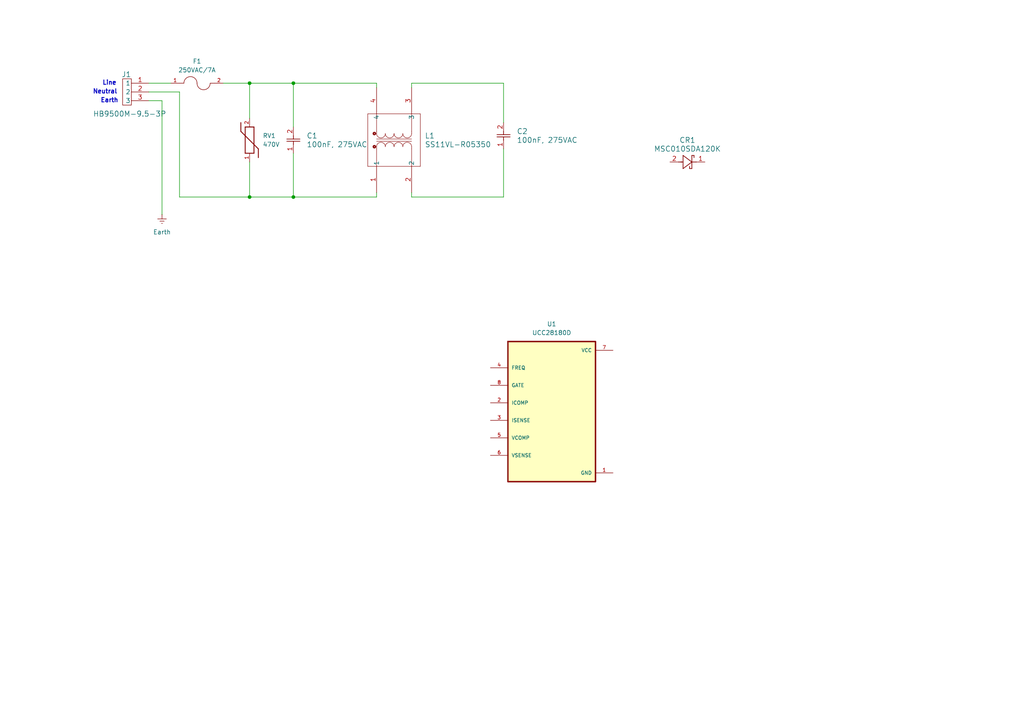
<source format=kicad_sch>
(kicad_sch (version 20231120) (generator "eeschema") (generator_version "8.0")
  (paper "A4")
  (lib_symbols
    (symbol "charge_battery_sym_lib:FUSE_250VAC_7A" (pin_names (offset 1.016))
      (property "Reference" "F" (at -5.08 2.54 0))
      (property "Value" "250VAC/7A" (at -5.08 -3.81 0))
      (symbol "FUSE_250VAC_7A_0_0"
        (arc (start 0 0) (mid -1.905 1.8967) (end -3.81 0) (stroke (width 0.1524)))
        (polyline (pts (xy -5.08 0) (xy -3.81 0)) (stroke (width 0.1524)))
        (polyline (pts (xy 5.08 0) (xy 3.81 0)) (stroke (width 0.1524)))
        (arc (start 0 0) (mid 1.905 -1.8967) (end 3.81 0) (stroke (width 0.1524)))
        (pin passive line (at -7.62 0 0) (length 2.54) (name "~") (number "1"))
        (pin passive line (at 7.62 0 180) (length 2.54) (name "~") (number "2"))
      )
    )
    (symbol "charge_battery_sym_lib:Film Cap" (pin_names (offset 0.254))
      (property "Reference" "C" (at 3.81 3.81 0))
      (property "Value" "100nF, 275VAC" (at 3.81 -3.81 0))
      (symbol "Film Cap_1_1"
        (polyline (pts (xy 2.54 0) (xy 3.4798 0)) (stroke (width 0.2032)))
        (polyline (pts (xy 3.4798 -1.905) (xy 3.4798 1.905)) (stroke (width 0.2032)))
        (polyline (pts (xy 4.1148 -1.905) (xy 4.1148 1.905)) (stroke (width 0.2032)))
        (polyline (pts (xy 4.1148 0) (xy 5.08 0)) (stroke (width 0.2032)))
        (pin unspecified line (at 0 0 0) (length 2.54) (name "") (number "1"))
        (pin unspecified line (at 7.62 0 180) (length 2.54) (name "") (number "2"))
      )
      (symbol "Film Cap_1_2"
        (polyline (pts (xy -1.905 -4.1148) (xy 1.905 -4.1148)) (stroke (width 0.2032)))
        (polyline (pts (xy -1.905 -3.4798) (xy 1.905 -3.4798)) (stroke (width 0.2032)))
        (polyline (pts (xy 0 -4.1148) (xy 0 -5.08)) (stroke (width 0.2032)))
        (polyline (pts (xy 0 -2.54) (xy 0 -3.4798)) (stroke (width 0.2032)))
        (pin unspecified line (at 0 0 270) (length 2.54) (name "") (number "1"))
        (pin unspecified line (at 0 -7.62 90) (length 2.54) (name "") (number "2"))
      )
    )
    (symbol "charge_battery_sym_lib:HB9500M-9.5-3P" (pin_names (offset 0.254))
      (property "Reference" "J" (at 1.27 8.89 0))
      (property "Value" "HB9500M-9.5-3P" (at 2.54 -2.032 0))
      (symbol "HB9500M-9.5-3P_1_1"
        (polyline (pts (xy 0 7.62) (xy 0 0) (xy 2.54 0) (xy 2.54 7.62) (xy 0 7.62)))
        (pin unspecified line (at -5.08 6.35 0) (length 5.08) (name "1") (number "1"))
        (pin unspecified line (at -5.08 3.81 0) (length 5.08) (name "2") (number "2"))
        (pin unspecified line (at -5.08 1.27 0) (length 5.08) (name "3") (number "3"))
      )
      (symbol "HB9500M-9.5-3P_1_2"
        (polyline (pts (xy 5.08 -7.62) (xy 12.7 -7.62)) (stroke (width 0.127)))
        (polyline (pts (xy 5.08 2.54) (xy 5.08 -7.62)) (stroke (width 0.127)))
        (polyline (pts (xy 7.62 -5.08) (xy 5.08 -5.08)) (stroke (width 0.127)))
        (polyline (pts (xy 7.62 -5.08) (xy 8.89 -5.9267)) (stroke (width 0.127)))
        (polyline (pts (xy 7.62 -5.08) (xy 8.89 -4.2333)) (stroke (width 0.127)))
        (polyline (pts (xy 7.62 -2.54) (xy 5.08 -2.54)) (stroke (width 0.127)))
        (polyline (pts (xy 7.62 -2.54) (xy 8.89 -3.3867)) (stroke (width 0.127)))
        (polyline (pts (xy 7.62 -2.54) (xy 8.89 -1.6933)) (stroke (width 0.127)))
        (polyline (pts (xy 7.62 0) (xy 5.08 0)) (stroke (width 0.127)))
        (polyline (pts (xy 7.62 0) (xy 8.89 -0.8467)) (stroke (width 0.127)))
        (polyline (pts (xy 7.62 0) (xy 8.89 0.8467)) (stroke (width 0.127)))
        (polyline (pts (xy 12.7 -7.62) (xy 12.7 2.54)) (stroke (width 0.127)))
        (polyline (pts (xy 12.7 2.54) (xy 5.08 2.54)) (stroke (width 0.127)))
        (pin unspecified line (at 0 0 0) (length 5.08) (name "1") (number "1"))
        (pin unspecified line (at 0 -2.54 0) (length 5.08) (name "2") (number "2"))
        (pin unspecified line (at 0 -5.08 0) (length 5.08) (name "3") (number "3"))
      )
    )
    (symbol "charge_battery_sym_lib:MOV-07D471K"
      (property "Reference" "RV" (at 0 0 0))
      (property "Value" "470V" (at 6.096 -6.858 0))
      (symbol "MOV-07D471K_0_0"
        (polyline (pts (xy -1.27 -6.35) (xy 1.27 -6.35)) (stroke (width 0.254)))
        (polyline (pts (xy 0 -2.54) (xy 0 -5.08)) (stroke (width 0.254)))
        (polyline (pts (xy 0 -2.54) (xy 7.62 -2.54)) (stroke (width 0.254)))
        (polyline (pts (xy 6.35 -1.27) (xy 1.27 -6.35)) (stroke (width 0.254)))
        (polyline (pts (xy 6.35 -1.27) (xy 8.89 -1.27)) (stroke (width 0.254)))
        (polyline (pts (xy 7.62 -5.08) (xy 0 -5.08)) (stroke (width 0.254)))
        (polyline (pts (xy 7.62 -5.08) (xy 7.62 -2.54)) (stroke (width 0.254)))
        (pin bidirectional line (at -2.54 -3.81 0) (length 2.54) (name "~") (number "1"))
        (pin bidirectional line (at 10.16 -3.81 180) (length 2.54) (name "~") (number "2"))
      )
    )
    (symbol "charge_battery_sym_lib:MSC010SDA120K" (pin_names (offset 0.254))
      (property "Reference" "CR" (at 5.08 4.445 0))
      (property "Value" "MSC010SDA120K" (at 5.08 -3.81 0))
      (symbol "MSC010SDA120K_0_1"
        (polyline (pts (xy 2.54 0) (xy 3.4798 0)) (stroke (width 0.2032)))
        (polyline (pts (xy 3.175 0) (xy 3.81 0)) (stroke (width 0.2032)))
        (polyline (pts (xy 3.81 -1.905) (xy 6.35 0)) (stroke (width 0.2032)))
        (polyline (pts (xy 3.81 1.905) (xy 3.81 -1.905)) (stroke (width 0.2032)))
        (polyline (pts (xy 5.715 -1.905) (xy 5.715 -1.27)) (stroke (width 0.2032)))
        (polyline (pts (xy 6.35 -1.905) (xy 5.715 -1.905)) (stroke (width 0.2032)))
        (polyline (pts (xy 6.35 -1.905) (xy 6.35 1.905)) (stroke (width 0.2032)))
        (polyline (pts (xy 6.35 0) (xy 3.81 1.905)) (stroke (width 0.2032)))
        (polyline (pts (xy 6.35 0) (xy 7.62 0)) (stroke (width 0.2032)))
        (polyline (pts (xy 6.35 1.905) (xy 6.985 1.905)) (stroke (width 0.2032)))
        (polyline (pts (xy 6.985 1.905) (xy 6.985 1.27)) (stroke (width 0.2032)))
        (pin unspecified line (at 10.16 0 180) (length 2.54) (name "") (number "1"))
        (pin unspecified line (at 0 0 0) (length 2.54) (name "") (number "2"))
      )
    )
    (symbol "charge_battery_sym_lib:SS11VL-R05350" (pin_names (offset 0.254))
      (property "Reference" "L" (at 15.24 7.62 0))
      (property "Value" "SS11VL-R05350" (at 15.494 -14.224 0))
      (symbol "SS11VL-R05350_0_1"
        (polyline (pts (xy 7.62 -12.7) (xy 22.86 -12.7)) (stroke (width 0.127)))
        (polyline (pts (xy 7.62 -10.16) (xy 12.7 -10.16)) (stroke (width 0.127)))
        (polyline (pts (xy 7.62 0) (xy 12.7 0)) (stroke (width 0.127)))
        (polyline (pts (xy 7.62 2.54) (xy 7.62 -12.7)) (stroke (width 0.127)))
        (polyline (pts (xy 12.7 0) (xy 13.335 0)) (stroke (width 0.127)))
        (polyline (pts (xy 13.335 -10.16) (xy 12.7 -10.16)) (stroke (width 0.127)))
        (polyline (pts (xy 14.9225 0) (xy 14.9225 -10.16)) (stroke (width 0.127)))
        (polyline (pts (xy 15.5575 0) (xy 15.5575 -10.16)) (stroke (width 0.127)))
        (polyline (pts (xy 17.145 -10.16) (xy 17.78 -10.16)) (stroke (width 0.127)))
        (polyline (pts (xy 17.78 0) (xy 17.145 0)) (stroke (width 0.127)))
        (polyline (pts (xy 22.86 -12.7) (xy 22.86 2.54)) (stroke (width 0.127)))
        (polyline (pts (xy 22.86 -10.16) (xy 17.78 -10.16)) (stroke (width 0.127)))
        (polyline (pts (xy 22.86 0) (xy 17.78 0)) (stroke (width 0.127)))
        (polyline (pts (xy 22.86 2.54) (xy 7.62 2.54)) (stroke (width 0.127)))
        (arc (start 13.335 -10.16) (mid 14.5994 -8.89) (end 13.335 -7.62) (stroke (width 0.127)))
        (arc (start 13.335 -7.62) (mid 14.5994 -6.35) (end 13.335 -5.08) (stroke (width 0.127)))
        (arc (start 13.335 -5.08) (mid 14.5994 -3.81) (end 13.335 -2.54) (stroke (width 0.127)))
        (arc (start 13.335 -2.54) (mid 14.5994 -1.27) (end 13.335 0) (stroke (width 0.127)))
        (circle (center 13.335 0.635) (radius 0.127) (stroke (width 0.381)))
        (arc (start 17.145 -7.62) (mid 15.8805 -8.89) (end 17.145 -10.16) (stroke (width 0.127)))
        (arc (start 17.145 -5.08) (mid 15.8805 -6.35) (end 17.145 -7.62) (stroke (width 0.127)))
        (arc (start 17.145 -2.54) (mid 15.8805 -3.81) (end 17.145 -5.08) (stroke (width 0.127)))
        (arc (start 17.145 0) (mid 15.8805 -1.27) (end 17.145 -2.54) (stroke (width 0.127)))
        (circle (center 17.145 0.635) (radius 0.127) (stroke (width 0.381)))
        (pin unspecified line (at 0 0 0) (length 7.62) (name "1") (number "1"))
        (pin unspecified line (at 0 -10.16 0) (length 7.62) (name "2") (number "2"))
        (pin unspecified line (at 30.48 -10.16 180) (length 7.62) (name "3") (number "3"))
        (pin unspecified line (at 30.48 0 180) (length 7.62) (name "4") (number "4"))
      )
    )
    (symbol "charge_battery_sym_lib:UCC28180D" (pin_names (offset 1.016))
      (property "Reference" "U" (at -12.7 21.32 0))
      (property "Value" "UCC28180D" (at -12.7 -24.32 0))
      (symbol "UCC28180D_0_0"
        (rectangle (start -12.7 -20.32) (end 12.7 20.32) (stroke (width 0.41)) (fill (type background)))
        (pin power_in line (at 17.78 -17.78 180) (length 5.08) (name "GND") (number "1"))
        (pin bidirectional line (at -17.78 2.54 0) (length 5.08) (name "ICOMP") (number "2"))
        (pin bidirectional line (at -17.78 -2.54 0) (length 5.08) (name "ISENSE") (number "3"))
        (pin bidirectional line (at -17.78 12.7 0) (length 5.08) (name "FREQ") (number "4"))
        (pin bidirectional line (at -17.78 -7.62 0) (length 5.08) (name "VCOMP") (number "5"))
        (pin bidirectional line (at -17.78 -12.7 0) (length 5.08) (name "VSENSE") (number "6"))
        (pin power_in line (at 17.78 17.78 180) (length 5.08) (name "VCC") (number "7"))
        (pin bidirectional line (at -17.78 7.62 0) (length 5.08) (name "GATE") (number "8"))
      )
    )
    (symbol "power:Earth" (power) (pin_numbers hide) (pin_names (offset 0) hide)
      (property "Value" "Earth" (at 0 -3.81 0))
      (symbol "Earth_0_1"
        (polyline (pts (xy -0.635 -1.905) (xy 0.635 -1.905)))
        (polyline (pts (xy -0.127 -2.54) (xy 0.127 -2.54)))
        (polyline (pts (xy 0 -1.27) (xy 0 0)))
        (polyline (pts (xy 1.27 -1.27) (xy -1.27 -1.27)))
      )
      (symbol "Earth_1_1"
        (pin power_in line (at 0 0 270) (length 0) (name "~") (number "1"))
      )
    )
  )
  (junction (at 72.39 57.15))
  (junction (at 85.09 57.15))
  (junction (at 72.39 24.13))
  (junction (at 85.09 24.13))
  (wire (pts (xy 52.07 26.67) (xy 52.07 57.15)))
  (wire (pts (xy 52.07 57.15) (xy 72.39 57.15)))
  (wire (pts (xy 109.22 55.88) (xy 109.22 57.15)))
  (wire (pts (xy 146.05 57.15) (xy 119.38 57.15)))
  (wire (pts (xy 43.18 29.21) (xy 46.99 29.21)))
  (wire (pts (xy 85.09 57.15) (xy 72.39 57.15)))
  (wire (pts (xy 64.77 24.13) (xy 72.39 24.13)))
  (wire (pts (xy 43.18 26.67) (xy 52.07 26.67)))
  (wire (pts (xy 85.09 57.15) (xy 109.22 57.15)))
  (wire (pts (xy 146.05 24.13) (xy 146.05 35.56)))
  (wire (pts (xy 119.38 57.15) (xy 119.38 55.88)))
  (wire (pts (xy 85.09 24.13) (xy 109.22 24.13)))
  (wire (pts (xy 85.09 36.83) (xy 85.09 24.13)))
  (wire (pts (xy 85.09 44.45) (xy 85.09 57.15)))
  (wire (pts (xy 46.99 29.21) (xy 46.99 62.23)))
  (wire (pts (xy 43.18 24.13) (xy 49.53 24.13)))
  (wire (pts (xy 72.39 24.13) (xy 85.09 24.13)))
  (wire (pts (xy 119.38 24.13) (xy 146.05 24.13)))
  (wire (pts (xy 109.22 24.13) (xy 109.22 25.4)))
  (wire (pts (xy 119.38 25.4) (xy 119.38 24.13)))
  (wire (pts (xy 146.05 43.18) (xy 146.05 57.15)))
  (wire (pts (xy 72.39 24.13) (xy 72.39 34.29)))
  (wire (pts (xy 72.39 46.99) (xy 72.39 57.15)))
  (text "Neutral" (at 30.48 26.67 0) (effects (font (size 1.27 1.27) (thickness 0.254) (bold yes))))
  (text "Earth" (at 31.75 29.21 0) (effects (font (size 1.27 1.27) (bold yes))))
  (text "Line" (at 31.75 24.13 0) (effects (font (size 1.27 1.27) (thickness 0.254) (bold yes))))
  (symbol (lib_id "charge_battery_sym_lib:Film Cap") (at 85.09 44.45 90) (unit 1)
    (property "Reference" "C1" (at 88.9 39.3699 90) (effects (font (size 1.524 1.524)) (justify right)))
    (property "Value" "100nF, 275VAC" (at 88.9 41.9099 90) (effects (font (size 1.524 1.524)) (justify right)))
    (property "Footprint" "charge_battery_footprint_lib:CAP_B32671P-10--5x11x13_TDK" (effects (hide yes)))
    (property "Description" "100nF, 275VAC, 15%" (effects (hide yes)))
    (property "Supply name" "Thegioiic" (effects (hide yes)))
    (property "Supply part number" "Tụ Kẹo Vàng X2 100nF (0.1uF) 104K 275VAC" (effects (hide yes)))
    (property "Supply URL" "https://www.thegioiic.com/tu-keo-vang-x2-100nf-0-1uf-104k-275vac" (effects (hide yes)))
  )
  (symbol (lib_id "charge_battery_sym_lib:Film Cap") (at 146.05 43.18 90) (unit 1)
    (property "Reference" "C2" (at 149.86 38.0999 90) (effects (font (size 1.524 1.524)) (justify right)))
    (property "Value" "100nF, 275VAC" (at 149.86 40.6399 90) (effects (font (size 1.524 1.524)) (justify right)))
    (property "Footprint" "charge_battery_footprint_lib:CAP_B32671P-10--5x11x13_TDK" (effects (hide yes)))
    (property "Description" "100nF, 275VAC, 15%" (effects (hide yes)))
    (property "Supply name" "Thegioiic" (effects (hide yes)))
    (property "Supply part number" "Tụ Kẹo Vàng X2 100nF (0.1uF) 104K 275VAC" (effects (hide yes)))
    (property "Supply URL" "https://www.thegioiic.com/tu-keo-vang-x2-100nf-0-1uf-104k-275vac" (effects (hide yes)))
  )
  (symbol (lib_id "charge_battery_sym_lib:FUSE_250VAC_7A") (at 57.15 24.13 0) (unit 1)
    (property "Reference" "F1" (at 57.15 17.78 0))
    (property "Value" "250VAC/7A" (at 57.15 20.32 0))
    (property "Footprint" "charge_battery_footprint_lib:FUSAD2722W65L2250D600" (effects (hide yes)))
    (property "Description" "250 VAC, 7A" (effects (hide yes)))
    (property "Supply name" "Thegioiic" (effects (hide yes)))
    (property "Supply part number" "Cầu Chì Ống Thủy Tinh 7A 5x20mm" (effects (hide yes)))
    (property "Supply URL" "https://www.thegioiic.com/cau-chi-ong-thuy-tinh-7a-5x20mm-toc-do-f" (effects (hide yes)))
  )
  (symbol (lib_id "charge_battery_sym_lib:SS11VL-R05350") (at 109.22 55.88 90) (unit 1)
    (property "Reference" "L1" (at 123.19 39.3699 90) (effects (font (size 1.524 1.524)) (justify right)))
    (property "Value" "SS11VL-R05350" (at 123.19 41.9099 90) (effects (font (size 1.524 1.524)) (justify right)))
    (property "Footprint" "charge_battery_footprint_lib:IND_SS11VL-R05350_KEM" (effects (hide yes)))
    (property "Datasheet" "https://www.mouser.vn/datasheet/2/447/KEM_LF0022_SS11VL-3316893.pdf" (effects (hide yes)))
    (property "Description" "Common Mode Chokes / Filters 250VAC 1.1A 5mH DCR=400mOhms" (effects (hide yes)))
    (property "Supply name" "Mouser" (effects (hide yes)))
    (property "Supply part number" "80-SS11VL-11050" (effects (hide yes)))
    (property "Supply URL" "https://www.mouser.vn/ProductDetail/KEMET/SS11VL-11050?qs=EU6FO9ffTwcryP%252B%2F%252BYgxUg%3D%3D" (effects (hide yes)))
  )
  (symbol (lib_id "charge_battery_sym_lib:UCC28180D") (at 160.02 119.38 0) (unit 1)
    (property "Reference" "U1" (at 160.02 93.98 0))
    (property "Value" "UCC28180D" (at 160.02 96.52 0))
    (property "Footprint" "charge_battery_footprint_lib:SOIC127P599X175-8N" (effects (hide yes)))
    (property "Description" "Power Factor Correction - PFC 8-PIN CCM PFC CONTROLLER" (effects (hide yes)))
    (property "Supply Name" "Mouser" (effects (hide yes)))
    (property "Supply Part Number" "595-UCC28180D" (effects (hide yes)))
    (property "Supply URL" "https://www.mouser.vn/ProductDetail/Texas-Instruments/UCC28180D?qs=mip%2Fk2qjOHrNzfWas1dt1A%3D%3D" (effects (hide yes)))
  )
  (symbol (lib_id "power:Earth") (at 46.99 62.23 0) (unit 1)
    (property "Reference" "#PWR01" (effects (hide yes)))
    (property "Value" "Earth" (at 46.99 67.31 0))
    (property "Description" "Power symbol creates a global label with name \"Earth\"" (effects (hide yes)))
  )
  (symbol (lib_id "charge_battery_sym_lib:MSC010SDA120K") (at 194.31 46.99 0) (unit 1)
    (property "Reference" "CR1" (at 199.39 40.64 0) (effects (font (size 1.524 1.524))))
    (property "Value" "MSC010SDA120K" (at 199.39 43.18 0) (effects (font (size 1.524 1.524))))
    (property "Footprint" "charge_battery_footprint_lib:TO-220-2_MCH" (effects (hide yes)))
    (property "Datasheet" "MSC010SDA120K" (effects (hide yes)))
    (property "Description" "Schottky Diodes & Rectifiers 700 V, 10 A SiC SBD" (effects (hide yes)))
    (property "Supply name" "Mouser" (effects (hide yes)))
    (property "Supply part number" "494-MSC010SDA070K" (effects (hide yes)))
    (property "Supply URL" "https://www.mouser.vn/ProductDetail/Microchip-Technology/MSC010SDA070K?qs=0lQeLiL1qyaG1FYk0%2FJgdA%3D%3D" (effects (hide yes)))
  )
  (symbol (lib_id "charge_battery_sym_lib:MOV-07D471K") (at 68.58 44.45 90) (unit 1)
    (property "Reference" "RV1" (at 76.2 39.3699 90) (effects (justify right)))
    (property "Value" "470V" (at 76.2 41.9099 90) (effects (justify right)))
    (property "Footprint" "charge_battery_footprint_lib:MOV07D471K" (effects (hide yes)))
    (property "Description" "MOV-07D471K, Varistors 7D471K 470V" (effects (hide yes)))
    (property "Supply name" "Thegioiic" (effects (hide yes)))
    (property "Supply part number" "Tụ Chống Sét Varistor 07D471K 470V" (effects (hide yes)))
    (property "Supply URL" "https://www.thegioiic.com/tu-chong-set-varistor-07d471k-470v" (effects (hide yes)))
  )
  (symbol (lib_id "charge_battery_sym_lib:HB9500M-9.5-3P") (at 38.1 30.48 0) (mirror y) (unit 1)
    (property "Reference" "J1" (at 38.1 21.59 0) (effects (font (size 1.524 1.524)) (justify left)))
    (property "Value" "HB9500M-9.5-3P" (at 48.26 33.02 0) (effects (font (size 1.524 1.524)) (justify left)))
    (property "Footprint" "charge_battery_footprint_lib:CONN3_HB9500_KAN" (effects (hide yes)))
    (property "Datasheet" "HB9500M-9.5-3P" (effects (hide yes)))
    (property "Description" "300V, 25A" (effects (hide yes)))
    (property "Supply name" "Thegioiic" (effects (hide yes)))
    (property "Supplt part number" "HB9500-3 Terminal Khối Hàn PCB 3 Cực 25A 300V 9.5mm" (effects (hide yes)))
    (property "Supply URL" "https://www.thegioiic.com/hb9500-3-terminal-khoi-han-pcb-3-cuc-25a-300v-9-5mm" (effects (hide yes)))
  )
)
</source>
